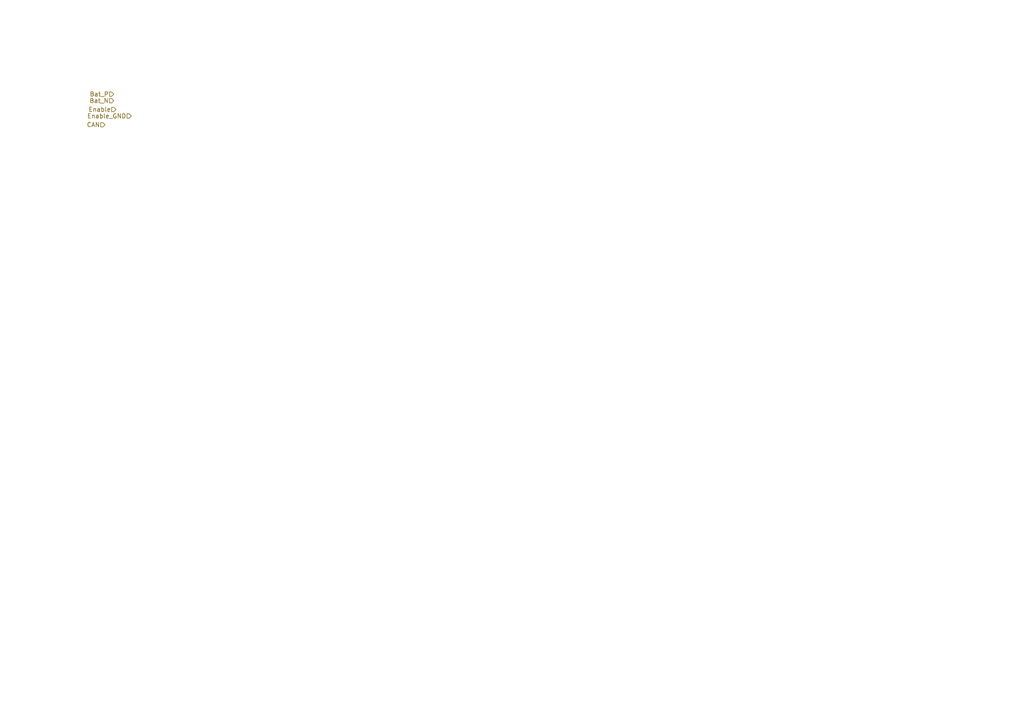
<source format=kicad_sch>
(kicad_sch (version 20211123) (generator eeschema)
  (paper "A4")
  (lib_symbols)
  (hierarchical_label "Bat_N" (shape input) (at 33.02 29.21 180))
  (hierarchical_label "Enable" (shape input) (at 33.655 31.75 180))
  (hierarchical_label "Enable_GND" (shape input) (at 38.1 33.655 180))
  (hierarchical_label "CAN" (shape input) (at 30.48 36.195 180))
  (hierarchical_label "Bat_P" (shape input) (at 33.02 27.305 180))
)
</source>
